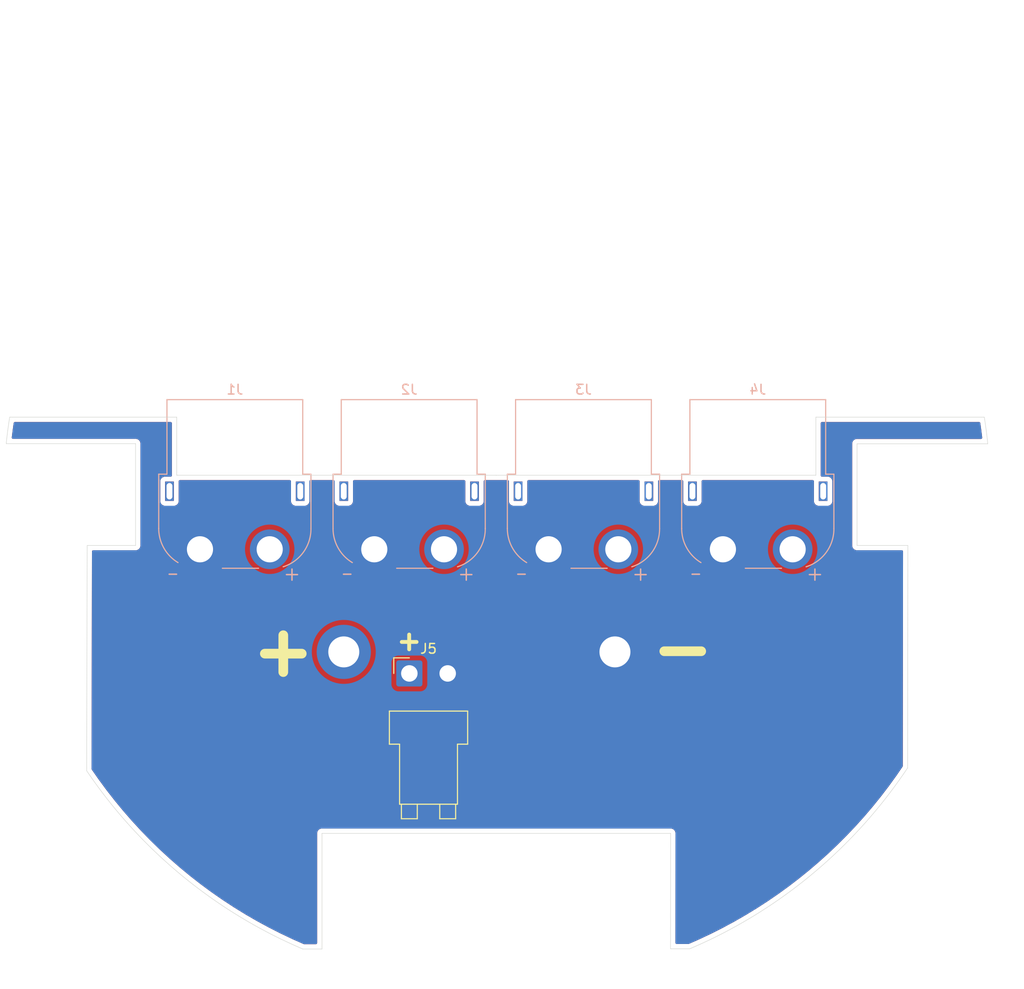
<source format=kicad_pcb>
(kicad_pcb (version 20241229) (generator "pcbnew") (generator_version "9.0")
  (layers (0 "F.Cu" signal) (2 "B.Cu" signal) (13 "F.Paste" user) (15 "B.Paste" user) (5 "F.SilkS" user "F.Silkscreen") (7 "B.SilkS" user "B.Silkscreen") (1 "F.Mask" user) (3 "B.Mask" user) (25 "Edge.Cuts" user))
  (net 0 "")
  (net 1 "GND")
  (net 2 "+24V")
  (footprint "MountingHole:MountingHole_3.2mm_M3_DIN965_Pad" (layer "F.Cu") (at 114.25 136.25)
    (property "Reference" "+1" (hide yes))
    (property "Value" "MountingHole_Pad")
    (pad "1" thru_hole circle (at 0 0) (size 5.6 5.6) (drill 3.2) (layers "*.Cu" "*.Mask") (net 2 "+24V"))
  )
  (footprint "MountingHole:MountingHole_3.2mm_M3_DIN965_Pad" (layer "F.Cu") (at 142.25 136.25)
    (property "Reference" "-1" (hide yes))
    (property "Value" "MountingHole_Pad")
    (pad "1" thru_hole circle (at 0 0) (size 5.6 5.6) (drill 3.2) (layers "*.Cu" "*.Mask") (net 1 "GND"))
  )
  (footprint "Connector_JST:JST_VH_B2PS-VH_1x02_P3.96mm_Horizontal" (layer "F.Cu") (at 121.02 138.475)
    (property "Reference" "J5" (at 1.98 -2.55 0) (layer "F.SilkS"))
    (property "Value" "Conn_01x02_Pin")
    (fp_line (start -2.06 3.89) (end 6.02 3.89) (stroke (width 0.12)) (layer "F.SilkS"))
    (fp_line (start -2.06 7.31) (end -2.06 3.89) (stroke (width 0.12)) (layer "F.SilkS"))
    (fp_line (start -1.61 -1.61) (end -1.61 0) (stroke (width 0.12)) (layer "F.SilkS"))
    (fp_line (start -1.01 7.31) (end -2.06 7.31) (stroke (width 0.12)) (layer "F.SilkS"))
    (fp_line (start -1.01 13.51) (end -1.01 7.31) (stroke (width 0.12)) (layer "F.SilkS"))
    (fp_line (start -0.82 13.51) (end -0.82 15.01) (stroke (width 0.12)) (layer "F.SilkS"))
    (fp_line (start -0.82 15.01) (end 0.82 15.01) (stroke (width 0.12)) (layer "F.SilkS"))
    (fp_line (start 0 -1.61) (end -1.61 -1.61) (stroke (width 0.12)) (layer "F.SilkS"))
    (fp_line (start 0.82 15.01) (end 0.82 13.51) (stroke (width 0.12)) (layer "F.SilkS"))
    (fp_line (start 3.14 13.51) (end 3.14 15.01) (stroke (width 0.12)) (layer "F.SilkS"))
    (fp_line (start 3.14 15.01) (end 4.78 15.01) (stroke (width 0.12)) (layer "F.SilkS"))
    (fp_line (start 4.78 15.01) (end 4.78 13.51) (stroke (width 0.12)) (layer "F.SilkS"))
    (fp_line (start 4.97 7.31) (end 4.97 13.51) (stroke (width 0.12)) (layer "F.SilkS"))
    (fp_line (start 4.97 13.51) (end -1.01 13.51) (stroke (width 0.12)) (layer "F.SilkS"))
    (fp_line (start 6.02 3.89) (end 6.02 7.31) (stroke (width 0.12)) (layer "F.SilkS"))
    (fp_line (start 6.02 7.31) (end 4.97 7.31) (stroke (width 0.12)) (layer "F.SilkS"))
    (pad "1" thru_hole roundrect (at 0 0) (size 2.7 2.7) (drill 1.7) (layers "*.Cu" "*.Mask") (roundrect_rratio 0.092593) (net 2 "+24V"))
    (pad "2" thru_hole circle (at 3.96 0) (size 2.7 2.7) (drill 1.7) (layers "*.Cu" "*.Mask") (net 1 "GND"))
  )
  (footprint "Connector_AMASS:AMASS_XT60PW-F_1x02_P7.20mm_Horizontal" (layer "B.Cu") (at 153.4 125.65 180)
    (property "Reference" "J4" (at -3.6 16.5 0) (layer "B.SilkS") (effects (justify mirror)))
    (property "Value" "Conn_01x02_Socket")
    (fp_line (start 4.26 7.76) (end 4.26 2.15) (stroke (width 0.12)) (layer "B.SilkS"))
    (fp_line (start 3.41 15.46) (end 3.41 7.76) (stroke (width 0.12)) (layer "B.SilkS"))
    (fp_line (start 3.41 7.76) (end 4.26 7.76) (stroke (width 0.12)) (layer "B.SilkS"))
    (fp_line (start -6.05 -1.96) (end -2.31 -1.96) (stroke (width 0.12)) (layer "B.SilkS"))
    (fp_line (start -10.61 15.46) (end 3.41 15.46) (stroke (width 0.12)) (layer "B.SilkS"))
    (fp_line (start -10.61 15.46) (end -10.61 7.76) (stroke (width 0.12)) (layer "B.SilkS"))
    (fp_line (start -11.46 7.76) (end -10.61 7.76) (stroke (width 0.12)) (layer "B.SilkS"))
    (fp_line (start -11.46 7.76) (end -11.46 2.15) (stroke (width 0.12)) (layer "B.SilkS"))
    (fp_arc (start 2.266806 -1.372958) (mid 3.727162 0.126139) (end 4.26 2.15) (stroke (width 0.12)) (layer "B.SilkS"))
    (fp_arc (start -11.46 2.15) (mid -10.677645 -0.302568) (end -8.5899 -1.808718) (stroke (width 0.12)) (layer "B.SilkS"))
    (fp_text user "+" (at -9.5 -2.5 0) (layer "B.SilkS") (effects (font (size 1.5 1.5)) (justify mirror)))
    (fp_text user "-" (at 2.8 -2.5 0) (layer "B.SilkS") (effects (justify mirror)))
    (pad "" thru_hole rect (at -10.35 6 180) (size 0.9 2) (drill oval 0.6 1.7) (layers "*.Cu" "*.Mask"))
    (pad "" thru_hole rect (at 3.15 6 180) (size 0.9 2) (drill oval 0.6 1.7) (layers "*.Cu" "*.Mask"))
    (pad "1" thru_hole roundrect (at 0 0 180) (size 4.1 4.1) (drill 2.7) (layers "*.Cu" "*.Mask") (net 1 "GND"))
    (pad "2" thru_hole circle (at -7.2 0 180) (size 4.1 4.1) (drill 2.7) (layers "*.Cu" "*.Mask") (net 2 "+24V"))
  )
  (footprint "Connector_AMASS:AMASS_XT60PW-F_1x02_P7.20mm_Horizontal" (layer "B.Cu") (at 135.4 125.65 180)
    (property "Reference" "J3" (at -3.6 16.5 0) (layer "B.SilkS") (effects (justify mirror)))
    (property "Value" "Conn_01x02_Socket")
    (fp_line (start 4.26 7.76) (end 4.26 2.15) (stroke (width 0.12)) (layer "B.SilkS"))
    (fp_line (start 3.41 15.46) (end 3.41 7.76) (stroke (width 0.12)) (layer "B.SilkS"))
    (fp_line (start 3.41 7.76) (end 4.26 7.76) (stroke (width 0.12)) (layer "B.SilkS"))
    (fp_line (start -6.05 -1.96) (end -2.31 -1.96) (stroke (width 0.12)) (layer "B.SilkS"))
    (fp_line (start -10.61 15.46) (end 3.41 15.46) (stroke (width 0.12)) (layer "B.SilkS"))
    (fp_line (start -10.61 15.46) (end -10.61 7.76) (stroke (width 0.12)) (layer "B.SilkS"))
    (fp_line (start -11.46 7.76) (end -10.61 7.76) (stroke (width 0.12)) (layer "B.SilkS"))
    (fp_line (start -11.46 7.76) (end -11.46 2.15) (stroke (width 0.12)) (layer "B.SilkS"))
    (fp_arc (start 2.266806 -1.372958) (mid 3.727162 0.126139) (end 4.26 2.15) (stroke (width 0.12)) (layer "B.SilkS"))
    (fp_arc (start -11.46 2.15) (mid -10.677645 -0.302568) (end -8.5899 -1.808718) (stroke (width 0.12)) (layer "B.SilkS"))
    (fp_text user "-" (at 2.8 -2.5 0) (layer "B.SilkS") (effects (justify mirror)))
    (fp_text user "+" (at -9.5 -2.5 0) (layer "B.SilkS") (effects (font (size 1.5 1.5)) (justify mirror)))
    (pad "" thru_hole rect (at -10.35 6 180) (size 0.9 2) (drill oval 0.6 1.7) (layers "*.Cu" "*.Mask"))
    (pad "" thru_hole rect (at 3.15 6 180) (size 0.9 2) (drill oval 0.6 1.7) (layers "*.Cu" "*.Mask"))
    (pad "1" thru_hole roundrect (at 0 0 180) (size 4.1 4.1) (drill 2.7) (layers "*.Cu" "*.Mask") (net 1 "GND"))
    (pad "2" thru_hole circle (at -7.2 0 180) (size 4.1 4.1) (drill 2.7) (layers "*.Cu" "*.Mask") (net 2 "+24V"))
  )
  (footprint "Connector_AMASS:AMASS_XT60PW-F_1x02_P7.20mm_Horizontal" (layer "B.Cu") (at 99.4 125.65 180)
    (property "Reference" "J1" (at -3.6 16.5 0) (layer "B.SilkS") (effects (justify mirror)))
    (property "Value" "Conn_01x02_Socket")
    (fp_line (start 4.26 7.76) (end 4.26 2.15) (stroke (width 0.12)) (layer "B.SilkS"))
    (fp_line (start 3.41 15.46) (end 3.41 7.76) (stroke (width 0.12)) (layer "B.SilkS"))
    (fp_line (start 3.41 7.76) (end 4.26 7.76) (stroke (width 0.12)) (layer "B.SilkS"))
    (fp_line (start -6.05 -1.96) (end -2.31 -1.96) (stroke (width 0.12)) (layer "B.SilkS"))
    (fp_line (start -10.61 15.46) (end 3.41 15.46) (stroke (width 0.12)) (layer "B.SilkS"))
    (fp_line (start -10.61 15.46) (end -10.61 7.76) (stroke (width 0.12)) (layer "B.SilkS"))
    (fp_line (start -11.46 7.76) (end -10.61 7.76) (stroke (width 0.12)) (layer "B.SilkS"))
    (fp_line (start -11.46 7.76) (end -11.46 2.15) (stroke (width 0.12)) (layer "B.SilkS"))
    (fp_arc (start 2.266806 -1.372958) (mid 3.727162 0.126139) (end 4.26 2.15) (stroke (width 0.12)) (layer "B.SilkS"))
    (fp_arc (start -11.46 2.15) (mid -10.677645 -0.302568) (end -8.5899 -1.808718) (stroke (width 0.12)) (layer "B.SilkS"))
    (fp_text user "-" (at 2.8 -2.5 0) (layer "B.SilkS") (effects (justify mirror)))
    (fp_text user "+" (at -9.5 -2.5 0) (layer "B.SilkS") (effects (font (size 1.5 1.5)) (justify mirror)))
    (pad "" thru_hole rect (at -10.35 6 180) (size 0.9 2) (drill oval 0.6 1.7) (layers "*.Cu" "*.Mask"))
    (pad "" thru_hole rect (at 3.15 6 180) (size 0.9 2) (drill oval 0.6 1.7) (layers "*.Cu" "*.Mask"))
    (pad "1" thru_hole roundrect (at 0 0 180) (size 4.1 4.1) (drill 2.7) (layers "*.Cu" "*.Mask") (net 1 "GND"))
    (pad "2" thru_hole circle (at -7.2 0 180) (size 4.1 4.1) (drill 2.7) (layers "*.Cu" "*.Mask") (net 2 "+24V"))
  )
  (footprint "Connector_AMASS:AMASS_XT60PW-F_1x02_P7.20mm_Horizontal" (layer "B.Cu") (at 117.4 125.65 180)
    (property "Reference" "J2" (at -3.6 16.5 0) (layer "B.SilkS") (effects (justify mirror)))
    (property "Value" "Conn_01x02_Socket")
    (fp_line (start 4.26 7.76) (end 4.26 2.15) (stroke (width 0.12)) (layer "B.SilkS"))
    (fp_line (start 3.41 15.46) (end 3.41 7.76) (stroke (width 0.12)) (layer "B.SilkS"))
    (fp_line (start 3.41 7.76) (end 4.26 7.76) (stroke (width 0.12)) (layer "B.SilkS"))
    (fp_line (start -6.05 -1.96) (end -2.31 -1.96) (stroke (width 0.12)) (layer "B.SilkS"))
    (fp_line (start -10.61 15.46) (end 3.41 15.46) (stroke (width 0.12)) (layer "B.SilkS"))
    (fp_line (start -10.61 15.46) (end -10.61 7.76) (stroke (width 0.12)) (layer "B.SilkS"))
    (fp_line (start -11.46 7.76) (end -10.61 7.76) (stroke (width 0.12)) (layer "B.SilkS"))
    (fp_line (start -11.46 7.76) (end -11.46 2.15) (stroke (width 0.12)) (layer "B.SilkS"))
    (fp_arc (start 2.266806 -1.372958) (mid 3.727162 0.126139) (end 4.26 2.15) (stroke (width 0.12)) (layer "B.SilkS"))
    (fp_arc (start -11.46 2.15) (mid -10.677645 -0.302568) (end -8.5899 -1.808718) (stroke (width 0.12)) (layer "B.SilkS"))
    (fp_text user "-" (at 2.8 -2.5 0) (layer "B.SilkS") (effects (justify mirror)))
    (fp_text user "+" (at -9.5 -2.5 0) (layer "B.SilkS") (effects (font (size 1.5 1.5)) (justify mirror)))
    (pad "" thru_hole rect (at -10.35 6 180) (size 0.9 2) (drill oval 0.6 1.7) (layers "*.Cu" "*.Mask"))
    (pad "" thru_hole rect (at 3.15 6 180) (size 0.9 2) (drill oval 0.6 1.7) (layers "*.Cu" "*.Mask"))
    (pad "1" thru_hole roundrect (at 0 0 180) (size 4.1 4.1) (drill 2.7) (layers "*.Cu" "*.Mask") (net 1 "GND"))
    (pad "2" thru_hole circle (at -7.2 0 180) (size 4.1 4.1) (drill 2.7) (layers "*.Cu" "*.Mask") (net 2 "+24V"))
  )
  (gr_line (start 92.75 125.25) (end 87.75 125.25) (stroke (width 0.05)) (layer "Edge.Cuts"))
  (gr_arc (start 172.472961 148.232026) (mid 162.590537 159.228263) (end 149.969311 166.927885) (stroke (width 0.05)) (layer "Edge.Cuts"))
  (gr_arc (start 79.389925 114.738557) (mid 79.551377 113.366835) (end 79.75 112) (stroke (width 0.05)) (layer "Edge.Cuts"))
  (gr_line (start 163 112) (end 180.392431 112) (stroke (width 0.05)) (layer "Edge.Cuts"))
  (gr_line (start 92.75 114.738557) (end 92.75 125.25) (stroke (width 0.05)) (layer "Edge.Cuts"))
  (gr_line (start 167.25 125.25) (end 172.5 125.25) (stroke (width 0.05)) (layer "Edge.Cuts"))
  (gr_line (start 112 155) (end 112 166.947052) (stroke (width 0.05)) (layer "Edge.Cuts"))
  (gr_line (start 172.472963 148.232026) (end 172.5 125.25) (stroke (width 0.05)) (layer "Edge.Cuts"))
  (gr_line (start 148 155) (end 112 155) (stroke (width 0.05)) (layer "Edge.Cuts"))
  (gr_line (start 167.25 114.75) (end 167.25 125.25) (stroke (width 0.05)) (layer "Edge.Cuts"))
  (gr_arc (start 110.022533 166.947052) (mid 97.529787 159.354925) (end 87.702752 148.531872) (stroke (width 0.05)) (layer "Edge.Cuts"))
  (gr_line (start 180.749999 114.75) (end 167.25 114.75) (stroke (width 0.05)) (layer "Edge.Cuts"))
  (gr_line (start 97 112) (end 79.75 112) (stroke (width 0.05)) (layer "Edge.Cuts"))
  (gr_line (start 110.022533 166.947052) (end 112 166.947052) (stroke (width 0.05)) (layer "Edge.Cuts"))
  (gr_line (start 79.389925 114.738566) (end 92.75 114.738557) (stroke (width 0.05)) (layer "Edge.Cuts"))
  (gr_line (start 147.991842 166.927885) (end 148 155) (stroke (width 0.05)) (layer "Edge.Cuts"))
  (gr_line (start 149.969311 166.927885) (end 147.991842 166.927885) (stroke (width 0.05)) (layer "Edge.Cuts"))
  (gr_line (start 87.702752 148.531869) (end 87.75 125.25) (stroke (width 0.05)) (layer "Edge.Cuts"))
  (gr_arc (start 180.392432 112) (mid 180.589241 113.372656) (end 180.749999 114.75) (stroke (width 0.05)) (layer "Edge.Cuts"))
  (gr_line (start 130 118) (end 163 118) (stroke (width 0.05)) (layer "Edge.Cuts"))
  (gr_line (start 163 112) (end 163 118) (stroke (width 0.05)) (layer "Edge.Cuts"))
  (gr_line (start 130 118) (end 97 118) (stroke (width 0.05)) (layer "Edge.Cuts"))
  (gr_line (start 97 118) (end 97 112) (stroke (width 0.05)) (layer "Edge.Cuts"))
  (gr_text "+" (at 119.5 136.25 0) (layer "F.SilkS") (effects (font (size 2 2) (thickness 0.4) (bold yes)) (justify left bottom)))
  (gr_text "-" (at 145.5 138.75 0) (layer "F.SilkS") (effects (font (size 5 5) (thickness 1) (bold yes)) (justify left bottom)))
  (gr_text "+" (at 104.25 139 0) (layer "F.SilkS") (effects (font (size 5 5) (thickness 1) (bold yes)) (justify left bottom)))
  (zone (net 2) (net_name "+24V") (layer "F.Cu") (connect_pads yes (clearance 0.5)) (min_thickness 0.25) (fill yes (thermal_gap 0.5) (thermal_bridge_width 0.5))
    (polygon (pts (xy 78.75 107.5) (xy 78.75 167) (xy 184.5 167) (xy 184.5 107.75)))
  )
  (zone (net 1) (net_name "GND") (layer "B.Cu") (priority 1) (connect_pads yes (clearance 0.5)) (min_thickness 0.25) (fill yes (thermal_gap 0.5) (thermal_bridge_width 0.5))
    (polygon (pts (xy 78.75 107.5) (xy 78.75 167) (xy 184.5 167) (xy 184.5 107.75)))
  )
)
</source>
